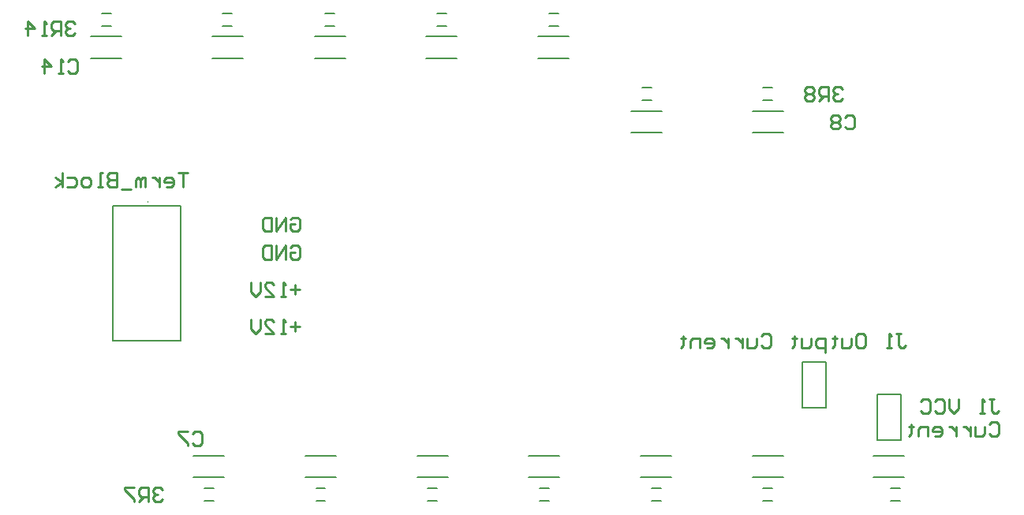
<source format=gbo>
G04*
G04 #@! TF.GenerationSoftware,Altium Limited,Altium Designer,20.2.6 (244)*
G04*
G04 Layer_Color=32896*
%FSLAX25Y25*%
%MOIN*%
G70*
G04*
G04 #@! TF.SameCoordinates,C3CFCC7E-9F89-4B9A-AE3B-C644BB7EF500*
G04*
G04*
G04 #@! TF.FilePolarity,Positive*
G04*
G01*
G75*
%ADD10C,0.00787*%
%ADD11C,0.00394*%
%ADD12C,0.01000*%
D10*
X171975Y230315D02*
Y287402D01*
Y230315D02*
X200715D01*
Y287402D01*
X171975D02*
X200715D01*
X495000Y188347D02*
Y200413D01*
Y195413D02*
Y207638D01*
X505000D01*
Y188347D02*
Y207638D01*
X495000Y188347D02*
X505000D01*
X463504Y201969D02*
Y214035D01*
Y209035D02*
Y221260D01*
X473504D01*
Y201969D02*
Y221260D01*
X463504Y201969D02*
X473504D01*
X167323Y363484D02*
X171260D01*
X167323Y368799D02*
X171260D01*
X162783Y349693D02*
X175800D01*
X162783Y358969D02*
X175800D01*
X446850Y331988D02*
X450787D01*
X446850Y337303D02*
X450787D01*
X500689Y162697D02*
X504626D01*
X500689Y168012D02*
X504626D01*
X493492Y181804D02*
X506508D01*
X493492Y172527D02*
X506508D01*
X210630Y168012D02*
X214567D01*
X210630Y162697D02*
X214567D01*
X206090Y172527D02*
X219107D01*
X206090Y181804D02*
X219107D01*
X213964Y358969D02*
X226981D01*
X213964Y349693D02*
X226981D01*
X218504Y368799D02*
X222441D01*
X218504Y363484D02*
X222441D01*
X257271Y358969D02*
X270288D01*
X257271Y349693D02*
X270288D01*
X261811Y368799D02*
X265748D01*
X261811Y363484D02*
X265748D01*
X304515Y358969D02*
X317532D01*
X304515Y349693D02*
X317532D01*
X309055Y368799D02*
X312992D01*
X309055Y363484D02*
X312992D01*
X351760Y358969D02*
X364776D01*
X351760Y349693D02*
X364776D01*
X356299Y368799D02*
X360236D01*
X356299Y363484D02*
X360236D01*
X391129Y327473D02*
X404146D01*
X391129Y318197D02*
X404146D01*
X395669Y337303D02*
X399606D01*
X395669Y331988D02*
X399606D01*
X442311Y327473D02*
X455327D01*
X442311Y318197D02*
X455327D01*
X446850Y162697D02*
X450787D01*
X446850Y168012D02*
X450787D01*
X442311Y181804D02*
X455327D01*
X442311Y172527D02*
X455327D01*
X399606Y162697D02*
X403543D01*
X399606Y168012D02*
X403543D01*
X395066Y181804D02*
X408083D01*
X395066Y172527D02*
X408083D01*
X352362Y162697D02*
X356299D01*
X352362Y168012D02*
X356299D01*
X347822Y181804D02*
X360839D01*
X347822Y172527D02*
X360839D01*
X305118Y162697D02*
X309055D01*
X305118Y168012D02*
X309055D01*
X300578Y181804D02*
X313595D01*
X300578Y172527D02*
X313595D01*
X257874Y162697D02*
X261811D01*
X257874Y168012D02*
X261811D01*
X253334Y181804D02*
X266351D01*
X253334Y172527D02*
X266351D01*
D11*
X186542Y289370D02*
Y288976D01*
Y289370D01*
D12*
X542245Y205572D02*
X544245D01*
X543245D01*
Y200574D01*
X544245Y199574D01*
X545244D01*
X546244Y200574D01*
X540246Y199574D02*
X538247D01*
X539246D01*
Y205572D01*
X540246Y204572D01*
X529250Y205572D02*
Y201573D01*
X527250Y199574D01*
X525251Y201573D01*
Y205572D01*
X519253Y204572D02*
X520253Y205572D01*
X522252D01*
X523251Y204572D01*
Y200574D01*
X522252Y199574D01*
X520253D01*
X519253Y200574D01*
X513255Y204572D02*
X514254Y205572D01*
X516254D01*
X517253Y204572D01*
Y200574D01*
X516254Y199574D01*
X514254D01*
X513255Y200574D01*
X542245Y194975D02*
X543245Y195974D01*
X545244D01*
X546244Y194975D01*
Y190976D01*
X545244Y189976D01*
X543245D01*
X542245Y190976D01*
X540246Y193975D02*
Y190976D01*
X539246Y189976D01*
X536247D01*
Y193975D01*
X534248D02*
Y189976D01*
Y191976D01*
X533248Y192975D01*
X532249Y193975D01*
X531249D01*
X528250D02*
Y189976D01*
Y191976D01*
X527250Y192975D01*
X526251Y193975D01*
X525251D01*
X519253Y189976D02*
X521252D01*
X522252Y190976D01*
Y192975D01*
X521252Y193975D01*
X519253D01*
X518253Y192975D01*
Y191976D01*
X522252D01*
X516254Y189976D02*
Y193975D01*
X513255D01*
X512255Y192975D01*
Y189976D01*
X509256Y194975D02*
Y193975D01*
X510256D01*
X508256D01*
X509256D01*
Y190976D01*
X508256Y189976D01*
X247033Y281510D02*
X248017Y282494D01*
X249985D01*
X250969Y281510D01*
Y277574D01*
X249985Y276590D01*
X248017D01*
X247033Y277574D01*
Y279542D01*
X249001D01*
X245065Y276590D02*
Y282494D01*
X241129Y276590D01*
Y282494D01*
X239161D02*
Y276590D01*
X236210D01*
X235226Y277574D01*
Y281510D01*
X236210Y282494D01*
X239161D01*
X250969Y236235D02*
X247033D01*
X249001Y238203D02*
Y234267D01*
X245065Y233283D02*
X243097D01*
X244081D01*
Y239187D01*
X245065Y238203D01*
X236210Y233283D02*
X240145D01*
X236210Y237219D01*
Y238203D01*
X237193Y239187D01*
X239161D01*
X240145Y238203D01*
X234242Y239187D02*
Y235251D01*
X232274Y233283D01*
X230306Y235251D01*
Y239187D01*
X502875Y233407D02*
X504875D01*
X503875D01*
Y228409D01*
X504875Y227409D01*
X505874D01*
X506874Y228409D01*
X500876Y227409D02*
X498877D01*
X499876D01*
Y233407D01*
X500876Y232407D01*
X486880Y233407D02*
X488880D01*
X489880Y232407D01*
Y228409D01*
X488880Y227409D01*
X486880D01*
X485881Y228409D01*
Y232407D01*
X486880Y233407D01*
X483882Y231407D02*
Y228409D01*
X482882Y227409D01*
X479883D01*
Y231407D01*
X476884Y232407D02*
Y231407D01*
X477883D01*
X475884D01*
X476884D01*
Y228409D01*
X475884Y227409D01*
X472885Y225410D02*
Y231407D01*
X469886D01*
X468886Y230408D01*
Y228409D01*
X469886Y227409D01*
X472885D01*
X466887Y231407D02*
Y228409D01*
X465887Y227409D01*
X462888D01*
Y231407D01*
X459889Y232407D02*
Y231407D01*
X460889D01*
X458889D01*
X459889D01*
Y228409D01*
X458889Y227409D01*
X445894Y232407D02*
X446893Y233407D01*
X448893D01*
X449893Y232407D01*
Y228409D01*
X448893Y227409D01*
X446893D01*
X445894Y228409D01*
X443894Y231407D02*
Y228409D01*
X442895Y227409D01*
X439896D01*
Y231407D01*
X437896D02*
Y227409D01*
Y229408D01*
X436897Y230408D01*
X435897Y231407D01*
X434897D01*
X431898D02*
Y227409D01*
Y229408D01*
X430899Y230408D01*
X429899Y231407D01*
X428899D01*
X422901Y227409D02*
X424900D01*
X425900Y228409D01*
Y230408D01*
X424900Y231407D01*
X422901D01*
X421902Y230408D01*
Y229408D01*
X425900D01*
X419902Y227409D02*
Y231407D01*
X416903D01*
X415903Y230408D01*
Y227409D01*
X412904Y232407D02*
Y231407D01*
X413904D01*
X411905D01*
X412904D01*
Y228409D01*
X411905Y227409D01*
X247033Y269699D02*
X248017Y270683D01*
X249985D01*
X250969Y269699D01*
Y265763D01*
X249985Y264779D01*
X248017D01*
X247033Y265763D01*
Y267731D01*
X249001D01*
X245065Y264779D02*
Y270683D01*
X241129Y264779D01*
Y270683D01*
X239161D02*
Y264779D01*
X236210D01*
X235226Y265763D01*
Y269699D01*
X236210Y270683D01*
X239161D01*
X250969Y251983D02*
X247033D01*
X249001Y253951D02*
Y250015D01*
X245065Y249031D02*
X243097D01*
X244081D01*
Y254935D01*
X245065Y253951D01*
X236210Y249031D02*
X240145D01*
X236210Y252967D01*
Y253951D01*
X237193Y254935D01*
X239161D01*
X240145Y253951D01*
X234242Y254935D02*
Y250999D01*
X232274Y249031D01*
X230306Y250999D01*
Y254935D01*
X203800Y301498D02*
X199801D01*
X201801D01*
Y295500D01*
X194803D02*
X196802D01*
X197802Y296500D01*
Y298499D01*
X196802Y299499D01*
X194803D01*
X193803Y298499D01*
Y297499D01*
X197802D01*
X191804Y299499D02*
Y295500D01*
Y297499D01*
X190804Y298499D01*
X189804Y299499D01*
X188805D01*
X185806Y295500D02*
Y299499D01*
X184806D01*
X183807Y298499D01*
Y295500D01*
Y298499D01*
X182807Y299499D01*
X181807Y298499D01*
Y295500D01*
X179808Y294500D02*
X175809D01*
X173810Y301498D02*
Y295500D01*
X170811D01*
X169811Y296500D01*
Y297499D01*
X170811Y298499D01*
X173810D01*
X170811D01*
X169811Y299499D01*
Y300498D01*
X170811Y301498D01*
X173810D01*
X167812Y295500D02*
X165812D01*
X166812D01*
Y301498D01*
X167812D01*
X161814Y295500D02*
X159814D01*
X158815Y296500D01*
Y298499D01*
X159814Y299499D01*
X161814D01*
X162813Y298499D01*
Y296500D01*
X161814Y295500D01*
X152816Y299499D02*
X155815D01*
X156815Y298499D01*
Y296500D01*
X155815Y295500D01*
X152816D01*
X150817D02*
Y301498D01*
Y297499D02*
X147818Y299499D01*
X150817Y297499D02*
X147818Y295500D01*
X205724Y190976D02*
X206724Y191975D01*
X208723D01*
X209723Y190976D01*
Y186977D01*
X208723Y185977D01*
X206724D01*
X205724Y186977D01*
X203725Y191975D02*
X199726D01*
Y190976D01*
X203725Y186977D01*
Y185977D01*
X153105Y348456D02*
X154105Y349456D01*
X156104D01*
X157104Y348456D01*
Y344457D01*
X156104Y343458D01*
X154105D01*
X153105Y344457D01*
X151106Y343458D02*
X149107D01*
X150106D01*
Y349456D01*
X151106Y348456D01*
X143108Y343458D02*
Y349456D01*
X146107Y346457D01*
X142109D01*
X481315Y324834D02*
X482314Y325834D01*
X484314D01*
X485313Y324834D01*
Y320835D01*
X484314Y319836D01*
X482314D01*
X481315Y320835D01*
X479315Y324834D02*
X478316Y325834D01*
X476316D01*
X475317Y324834D01*
Y323834D01*
X476316Y322835D01*
X475317Y321835D01*
Y320835D01*
X476316Y319836D01*
X478316D01*
X479315Y320835D01*
Y321835D01*
X478316Y322835D01*
X479315Y323834D01*
Y324834D01*
X478316Y322835D02*
X476316D01*
X193037Y167354D02*
X192037Y168353D01*
X190038D01*
X189038Y167354D01*
Y166354D01*
X190038Y165354D01*
X191037D01*
X190038D01*
X189038Y164355D01*
Y163355D01*
X190038Y162355D01*
X192037D01*
X193037Y163355D01*
X187039Y162355D02*
Y168353D01*
X184040D01*
X183040Y167354D01*
Y165354D01*
X184040Y164355D01*
X187039D01*
X185039D02*
X183040Y162355D01*
X181041Y168353D02*
X177042D01*
Y167354D01*
X181041Y163355D01*
Y162355D01*
X156166Y364204D02*
X155166Y365204D01*
X153167D01*
X152167Y364204D01*
Y363204D01*
X153167Y362205D01*
X154166D01*
X153167D01*
X152167Y361205D01*
Y360205D01*
X153167Y359206D01*
X155166D01*
X156166Y360205D01*
X150168Y359206D02*
Y365204D01*
X147169D01*
X146169Y364204D01*
Y362205D01*
X147169Y361205D01*
X150168D01*
X148169D02*
X146169Y359206D01*
X144170D02*
X142170D01*
X143170D01*
Y365204D01*
X144170Y364204D01*
X136172Y359206D02*
Y365204D01*
X139171Y362205D01*
X135173D01*
X480438Y336645D02*
X479439Y337645D01*
X477439D01*
X476440Y336645D01*
Y335645D01*
X477439Y334646D01*
X478439D01*
X477439D01*
X476440Y333646D01*
Y332646D01*
X477439Y331647D01*
X479439D01*
X480438Y332646D01*
X474440Y331647D02*
Y337645D01*
X471441D01*
X470442Y336645D01*
Y334646D01*
X471441Y333646D01*
X474440D01*
X472441D02*
X470442Y331647D01*
X468442Y336645D02*
X467443Y337645D01*
X465443D01*
X464443Y336645D01*
Y335645D01*
X465443Y334646D01*
X464443Y333646D01*
Y332646D01*
X465443Y331647D01*
X467443D01*
X468442Y332646D01*
Y333646D01*
X467443Y334646D01*
X468442Y335645D01*
Y336645D01*
X467443Y334646D02*
X465443D01*
M02*

</source>
